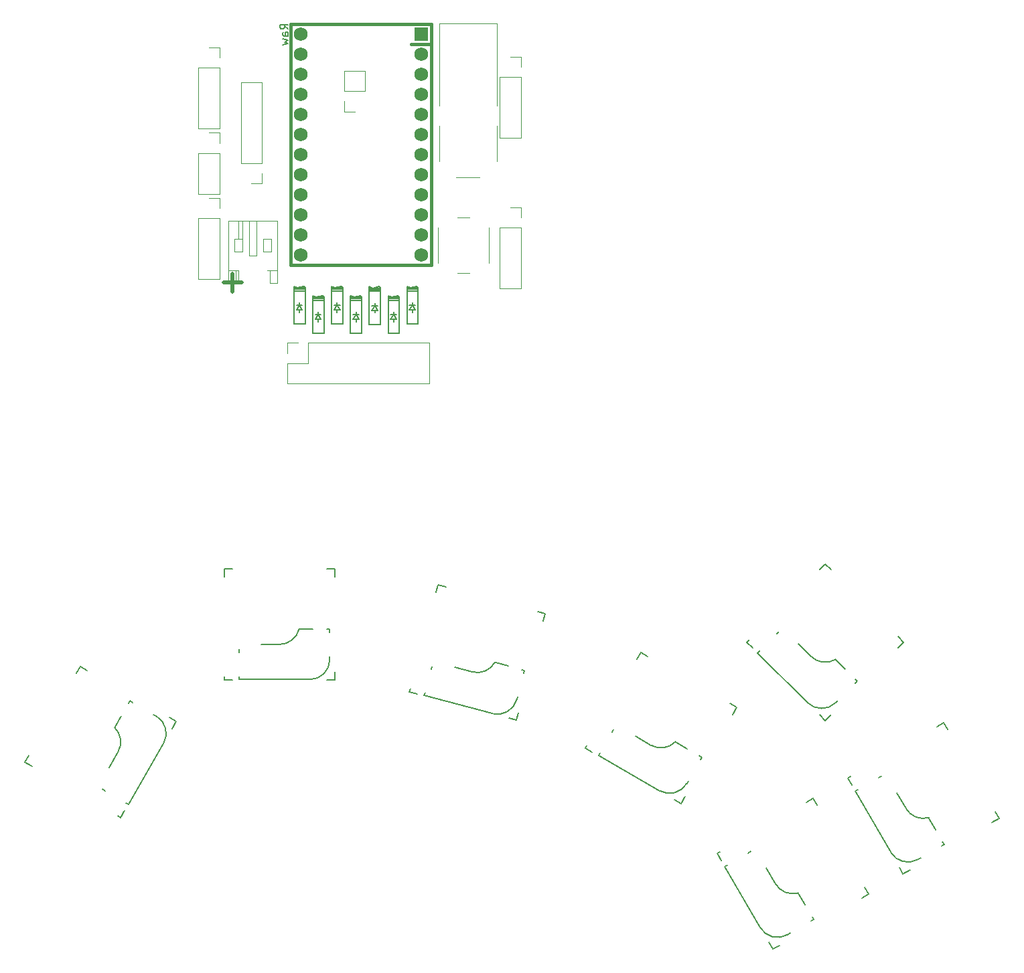
<source format=gbr>
%TF.GenerationSoftware,KiCad,Pcbnew,6.0.4*%
%TF.CreationDate,2022-05-08T18:55:17+02:00*%
%TF.ProjectId,mykeeb-adapter,6d796b65-6562-42d6-9164-61707465722e,rev?*%
%TF.SameCoordinates,Original*%
%TF.FileFunction,Legend,Bot*%
%TF.FilePolarity,Positive*%
%FSLAX46Y46*%
G04 Gerber Fmt 4.6, Leading zero omitted, Abs format (unit mm)*
G04 Created by KiCad (PCBNEW 6.0.4) date 2022-05-08 18:55:17*
%MOMM*%
%LPD*%
G01*
G04 APERTURE LIST*
%ADD10C,0.500000*%
%ADD11C,0.150000*%
%ADD12C,0.200000*%
%ADD13C,0.120000*%
%ADD14C,0.381000*%
%ADD15C,1.752600*%
%ADD16R,1.752600X1.752600*%
G04 APERTURE END LIST*
D10*
X79128860Y-69865906D02*
X76843145Y-69865906D01*
X77986003Y-71008763D02*
X77986003Y-68723049D01*
D11*
%TO.C,U1*%
X85019576Y-37800515D02*
X84543386Y-37467182D01*
X85019576Y-37229086D02*
X84019576Y-37229086D01*
X84019576Y-37610039D01*
X84067196Y-37705277D01*
X84114815Y-37752896D01*
X84210053Y-37800515D01*
X84352910Y-37800515D01*
X84448148Y-37752896D01*
X84495767Y-37705277D01*
X84543386Y-37610039D01*
X84543386Y-37229086D01*
X85019576Y-38657658D02*
X84495767Y-38657658D01*
X84400529Y-38610039D01*
X84352910Y-38514801D01*
X84352910Y-38324324D01*
X84400529Y-38229086D01*
X84971957Y-38657658D02*
X85019576Y-38562420D01*
X85019576Y-38324324D01*
X84971957Y-38229086D01*
X84876719Y-38181467D01*
X84781481Y-38181467D01*
X84686243Y-38229086D01*
X84638624Y-38324324D01*
X84638624Y-38562420D01*
X84591005Y-38657658D01*
X84352910Y-39038610D02*
X85019576Y-39229086D01*
X84543386Y-39419562D01*
X85019576Y-39610039D01*
X84352910Y-39800515D01*
%TO.C,K46*%
X156963781Y-120316639D02*
X156694374Y-120047231D01*
X152922666Y-125276993D02*
X152215559Y-124569886D01*
X143730278Y-116084605D02*
X143023171Y-115377498D01*
X143023171Y-115377498D02*
X143303185Y-115097484D01*
X162115054Y-114670391D02*
X162822161Y-115377498D01*
X155437138Y-118789995D02*
X154269704Y-117622562D01*
X162822161Y-115377498D02*
X162115054Y-116084605D01*
X152215559Y-106185110D02*
X152922666Y-105478003D01*
X147085500Y-114030460D02*
X146816092Y-114299867D01*
X156694374Y-120586047D02*
X156963781Y-120316639D01*
X152922666Y-105478003D02*
X153629773Y-106185110D01*
X154269704Y-123010716D02*
X154539112Y-122741308D01*
X144660830Y-116455129D02*
X144391423Y-116724536D01*
X153629773Y-124569886D02*
X152922666Y-125276993D01*
X151126615Y-117173549D02*
X149510169Y-115557103D01*
X144391423Y-116724536D02*
X150677602Y-123010716D01*
X151126615Y-117173549D02*
G75*
G03*
X154229486Y-117555530I1796051J1796051D01*
G01*
X150677602Y-123010716D02*
G75*
G03*
X154269704Y-123010716I1796051J1796052D01*
G01*
%TO.C,K45*%
X167951122Y-140952812D02*
X167760622Y-140622857D01*
X163126343Y-136406051D02*
X161983343Y-134426317D01*
X164651565Y-142857812D02*
X164981521Y-142667312D01*
X160036417Y-132324142D02*
X159706462Y-132514642D01*
X167621166Y-141143312D02*
X167951122Y-140952812D01*
X174388226Y-136832203D02*
X174888226Y-137698229D01*
X174888226Y-137698229D02*
X174022200Y-138198229D01*
X163629896Y-144198229D02*
X162763870Y-144698229D01*
X156263870Y-133439899D02*
X155763870Y-132573873D01*
X166871622Y-139083063D02*
X166046122Y-137653256D01*
X167022200Y-126073873D02*
X167888226Y-125573873D01*
X162763870Y-144698229D02*
X162263870Y-143832203D01*
X155763870Y-132573873D02*
X156106816Y-132375873D01*
X157066816Y-134038642D02*
X156736861Y-134229142D01*
X156736861Y-134229142D02*
X161181861Y-141928108D01*
X167888226Y-125573873D02*
X168388226Y-126439899D01*
X163126343Y-136406051D02*
G75*
G03*
X166024623Y-137578098I2199705J1270000D01*
G01*
X161181861Y-141928108D02*
G75*
G03*
X164651565Y-142857812I2199704J1270000D01*
G01*
D12*
%TO.C,D46*%
X87163501Y-70729023D02*
X85763501Y-70729023D01*
X86813501Y-72729023D02*
X86063501Y-72729023D01*
X87163501Y-70929023D02*
X85763501Y-70929023D01*
X86971501Y-70329023D02*
X86209501Y-70529023D01*
X87163501Y-70529023D02*
X85763501Y-70529023D01*
X86463501Y-72729023D02*
X86813501Y-73329023D01*
X85763501Y-70329023D02*
X85763501Y-75129023D01*
X86463501Y-73329023D02*
X86463501Y-73629023D01*
X87163501Y-70475023D02*
X87163501Y-75129023D01*
X87163501Y-75129023D02*
X85763501Y-75129023D01*
X86813501Y-73329023D02*
X86063501Y-73329023D01*
X86209501Y-70529023D02*
X85763501Y-70329023D01*
X86463501Y-72729023D02*
X86463501Y-72429023D01*
X86063501Y-73329023D02*
X86463501Y-72729023D01*
X86971501Y-70329023D02*
X87163501Y-70475023D01*
%TO.C,D45*%
X88590753Y-71719649D02*
X88144753Y-71519649D01*
X88844753Y-74519649D02*
X88844753Y-74819649D01*
X88844753Y-73919649D02*
X88844753Y-73619649D01*
X89352753Y-71519649D02*
X88590753Y-71719649D01*
X89544753Y-72119649D02*
X88144753Y-72119649D01*
X89194753Y-73919649D02*
X88444753Y-73919649D01*
X89544753Y-71919649D02*
X88144753Y-71919649D01*
X88844753Y-73919649D02*
X89194753Y-74519649D01*
X89544753Y-71665649D02*
X89544753Y-76319649D01*
X89544753Y-76319649D02*
X88144753Y-76319649D01*
X88444753Y-74519649D02*
X88844753Y-73919649D01*
X88144753Y-71519649D02*
X88144753Y-76319649D01*
X89194753Y-74519649D02*
X88444753Y-74519649D01*
X89544753Y-71719649D02*
X88144753Y-71719649D01*
X89352753Y-71519649D02*
X89544753Y-71665649D01*
%TO.C,D43*%
X93957257Y-73919649D02*
X93207257Y-73919649D01*
X94307257Y-71719649D02*
X92907257Y-71719649D01*
X92907257Y-71519649D02*
X92907257Y-76319649D01*
X94115257Y-71519649D02*
X94307257Y-71665649D01*
X94307257Y-71665649D02*
X94307257Y-76319649D01*
X94307257Y-71919649D02*
X92907257Y-71919649D01*
X93353257Y-71719649D02*
X92907257Y-71519649D01*
X94307257Y-76319649D02*
X92907257Y-76319649D01*
X94307257Y-72119649D02*
X92907257Y-72119649D01*
X94115257Y-71519649D02*
X93353257Y-71719649D01*
X93607257Y-73919649D02*
X93957257Y-74519649D01*
X93207257Y-74519649D02*
X93607257Y-73919649D01*
X93607257Y-74519649D02*
X93607257Y-74819649D01*
X93957257Y-74519649D02*
X93207257Y-74519649D01*
X93607257Y-73919649D02*
X93607257Y-73619649D01*
D11*
%TO.C,K41*%
X78859133Y-116284470D02*
X78859133Y-116665470D01*
X90289133Y-117554470D02*
X90289133Y-117173470D01*
X76939133Y-120109470D02*
X76939133Y-119713470D01*
X90289133Y-114125470D02*
X90289133Y-113744470D01*
X83939133Y-115649470D02*
X81653133Y-115649470D01*
X90939133Y-120109470D02*
X89939133Y-120109470D01*
X76939133Y-107109470D02*
X76939133Y-106109470D01*
X78859133Y-120094470D02*
X87749133Y-120094470D01*
X90939133Y-119109470D02*
X90939133Y-120109470D01*
X76939133Y-106109470D02*
X77939133Y-106109470D01*
X89939133Y-106109470D02*
X90939133Y-106109470D01*
X90939133Y-106109470D02*
X90939133Y-107109470D01*
X90289133Y-113744470D02*
X89908133Y-113744470D01*
X77939133Y-120109470D02*
X76939133Y-120109470D01*
X78859133Y-119713470D02*
X78859133Y-120094470D01*
X88130133Y-113744470D02*
X86479133Y-113744470D01*
X83939133Y-115649470D02*
G75*
G03*
X86403295Y-113725510I0J2540000D01*
G01*
X87749133Y-120094470D02*
G75*
G03*
X90289133Y-117554470I0J2540000D01*
G01*
D12*
%TO.C,D44*%
X91926005Y-70475023D02*
X91926005Y-75129023D01*
X91226005Y-73329023D02*
X91226005Y-73629023D01*
X91226005Y-72729023D02*
X91576005Y-73329023D01*
X90972005Y-70529023D02*
X90526005Y-70329023D01*
X91926005Y-70529023D02*
X90526005Y-70529023D01*
X90826005Y-73329023D02*
X91226005Y-72729023D01*
X91926005Y-70929023D02*
X90526005Y-70929023D01*
X90526005Y-70329023D02*
X90526005Y-75129023D01*
X91226005Y-72729023D02*
X91226005Y-72429023D01*
X91576005Y-73329023D02*
X90826005Y-73329023D01*
X91926005Y-70729023D02*
X90526005Y-70729023D01*
X91576005Y-72729023D02*
X90826005Y-72729023D01*
X91926005Y-75129023D02*
X90526005Y-75129023D01*
X91734005Y-70329023D02*
X91926005Y-70475023D01*
X91734005Y-70329023D02*
X90972005Y-70529023D01*
D11*
%TO.C,K42*%
X103992532Y-108108134D02*
X104958457Y-108366953D01*
X114812948Y-119306230D02*
X114911558Y-118938212D01*
X102227525Y-122113539D02*
X110814605Y-124414440D01*
X103733712Y-109074060D02*
X103992532Y-108108134D01*
X112826124Y-118379422D02*
X111231381Y-117952111D01*
X100369065Y-121631095D02*
X100471557Y-121248589D01*
X114911558Y-118938212D02*
X114543540Y-118839602D01*
X113925457Y-122618389D02*
X114024067Y-122250371D01*
X108284879Y-119134800D02*
X106076772Y-118543139D01*
X102326135Y-121745521D02*
X102227525Y-122113539D01*
X113892026Y-125254562D02*
X112926101Y-124995743D01*
X117515493Y-111731601D02*
X117256674Y-112697526D01*
X103213625Y-118433362D02*
X103115015Y-118801379D01*
X114150846Y-124288636D02*
X113892026Y-125254562D01*
X101334991Y-121889915D02*
X100369065Y-121631095D01*
X116549567Y-111472781D02*
X117515493Y-111731601D01*
X110814605Y-124414439D02*
G75*
G03*
X113925457Y-122618389I657401J2453450D01*
G01*
X108284879Y-119134800D02*
G75*
G03*
X111163034Y-117914169I657399J2453454D01*
G01*
%TO.C,K44*%
X140569018Y-143563650D02*
X140239063Y-143754150D01*
X151123368Y-150668320D02*
X151453324Y-150477820D01*
X150373824Y-148608071D02*
X149548324Y-147178264D01*
X139766072Y-142964907D02*
X139266072Y-142098881D01*
X139266072Y-142098881D02*
X139609018Y-141900881D01*
X151390428Y-135098881D02*
X151890428Y-135964907D01*
X150524402Y-135598881D02*
X151390428Y-135098881D01*
X158390428Y-147223237D02*
X157524402Y-147723237D01*
X146266072Y-154223237D02*
X145766072Y-153357211D01*
X157890428Y-146357211D02*
X158390428Y-147223237D01*
X146628545Y-145931059D02*
X145485545Y-143951325D01*
X143538619Y-141849150D02*
X143208664Y-142039650D01*
X151453324Y-150477820D02*
X151262824Y-150147865D01*
X147132098Y-153723237D02*
X146266072Y-154223237D01*
X148153767Y-152382820D02*
X148483723Y-152192320D01*
X140239063Y-143754150D02*
X144684063Y-151453116D01*
X144684063Y-151453116D02*
G75*
G03*
X148153767Y-152382820I2199704J1270000D01*
G01*
X146628545Y-145931059D02*
G75*
G03*
X149526825Y-147103106I2199705J1270000D01*
G01*
%TO.C,K40*%
X58755061Y-118430117D02*
X59621087Y-118930117D01*
X64496471Y-135693704D02*
X64826426Y-135884204D01*
X68341722Y-124715534D02*
X68011766Y-124525034D01*
X51755061Y-130554473D02*
X52255061Y-129688447D01*
X64826426Y-135884204D02*
X69271426Y-128185238D01*
X52621087Y-131054473D02*
X51755061Y-130554473D01*
X65372121Y-123001034D02*
X65042165Y-122810534D01*
X65042165Y-122810534D02*
X64851665Y-123140489D01*
X61526870Y-133979204D02*
X61856825Y-134169704D01*
X63879417Y-137554473D02*
X63536471Y-137356473D01*
X58255061Y-119296143D02*
X58755061Y-118430117D01*
X63962665Y-124680283D02*
X63137165Y-126110090D01*
X63516944Y-129262295D02*
X62373944Y-131242029D01*
X70013391Y-124930117D02*
X70879417Y-125430117D01*
X70879417Y-125430117D02*
X70379417Y-126296143D01*
X64379417Y-136688447D02*
X63879417Y-137554473D01*
X63516944Y-129262295D02*
G75*
G03*
X63082826Y-126166288I-2199705J1270000D01*
G01*
X69271426Y-128185238D02*
G75*
G03*
X68341722Y-124715534I-2199704J1270000D01*
G01*
D12*
%TO.C,D42*%
X96688509Y-70778771D02*
X95288509Y-70778771D01*
X95734509Y-70578771D02*
X95288509Y-70378771D01*
X96688509Y-70578771D02*
X95288509Y-70578771D01*
X96496509Y-70378771D02*
X95734509Y-70578771D01*
X96688509Y-75178771D02*
X95288509Y-75178771D01*
X96338509Y-73378771D02*
X95588509Y-73378771D01*
X95588509Y-73378771D02*
X95988509Y-72778771D01*
X96496509Y-70378771D02*
X96688509Y-70524771D01*
X96338509Y-72778771D02*
X95588509Y-72778771D01*
X95988509Y-72778771D02*
X95988509Y-72478771D01*
X96688509Y-70978771D02*
X95288509Y-70978771D01*
X95988509Y-73378771D02*
X95988509Y-73678771D01*
X95288509Y-70378771D02*
X95288509Y-75178771D01*
X96688509Y-70524771D02*
X96688509Y-75178771D01*
X95988509Y-72778771D02*
X96338509Y-73378771D01*
D11*
%TO.C,K43*%
X135436247Y-133230839D02*
X135626747Y-132900883D01*
X123463334Y-129268534D02*
X122597308Y-128768534D01*
X135221664Y-134902508D02*
X134721664Y-135768534D01*
X140855638Y-123144178D02*
X141721664Y-123644178D01*
X137341247Y-129931282D02*
X137011292Y-129740782D01*
X122597308Y-128768534D02*
X122795308Y-128425588D01*
X135471498Y-128851782D02*
X134041691Y-128026282D01*
X129097308Y-117510204D02*
X129597308Y-116644178D01*
X129597308Y-116644178D02*
X130463334Y-117144178D01*
X134721664Y-135768534D02*
X133855638Y-135268534D01*
X124267577Y-129715543D02*
X131966543Y-134160543D01*
X124458077Y-129385588D02*
X124267577Y-129715543D01*
X137150747Y-130261238D02*
X137341247Y-129931282D01*
X130889486Y-128406061D02*
X128909752Y-127263061D01*
X141721664Y-123644178D02*
X141221664Y-124510204D01*
X126172577Y-126415987D02*
X125982077Y-126745942D01*
X131966543Y-134160543D02*
G75*
G03*
X135436247Y-133230839I1270000J2199704D01*
G01*
X130889486Y-128406061D02*
G75*
G03*
X133985493Y-127971943I1270000J2199705D01*
G01*
D13*
%TO.C,J1*%
X111779454Y-43894424D02*
X111779454Y-51574424D01*
X114439454Y-42624424D02*
X114439454Y-41294424D01*
X76339454Y-42703799D02*
X76339454Y-50383799D01*
X114439454Y-51574424D02*
X111779454Y-51574424D01*
X76339454Y-40103799D02*
X75009454Y-40103799D01*
X114439454Y-61674424D02*
X114439454Y-60344424D01*
X76339454Y-69433799D02*
X73679454Y-69433799D01*
X114439454Y-70624424D02*
X111779454Y-70624424D01*
X76339454Y-59153799D02*
X75009454Y-59153799D01*
X114439454Y-43894424D02*
X111779454Y-43894424D01*
X76339454Y-42703799D02*
X73679454Y-42703799D01*
X114439454Y-41294424D02*
X113109454Y-41294424D01*
X114439454Y-62944424D02*
X114439454Y-70624424D01*
X76339454Y-60483799D02*
X76339454Y-59153799D01*
X114439454Y-62944424D02*
X111779454Y-62944424D01*
X76339454Y-50383799D02*
X73679454Y-50383799D01*
X76339454Y-41433799D02*
X76339454Y-40103799D01*
X111779454Y-62944424D02*
X111779454Y-70624424D01*
X114439454Y-60344424D02*
X113109454Y-60344424D01*
X73679454Y-42703799D02*
X73679454Y-50383799D01*
X73679454Y-61753799D02*
X73679454Y-69433799D01*
X76339454Y-61753799D02*
X76339454Y-69433799D01*
X76339454Y-61753799D02*
X73679454Y-61753799D01*
X114439454Y-43894424D02*
X114439454Y-51574424D01*
D12*
%TO.C,D41*%
X98369761Y-73919649D02*
X98369761Y-73619649D01*
X98719761Y-74519649D02*
X97969761Y-74519649D01*
X99069761Y-76319649D02*
X97669761Y-76319649D01*
X98877761Y-71519649D02*
X99069761Y-71665649D01*
X99069761Y-71919649D02*
X97669761Y-71919649D01*
X99069761Y-71665649D02*
X99069761Y-76319649D01*
X98115761Y-71719649D02*
X97669761Y-71519649D01*
X97969761Y-74519649D02*
X98369761Y-73919649D01*
X99069761Y-71719649D02*
X97669761Y-71719649D01*
X98719761Y-73919649D02*
X97969761Y-73919649D01*
X99069761Y-72119649D02*
X97669761Y-72119649D01*
X97669761Y-71519649D02*
X97669761Y-76319649D01*
X98877761Y-71519649D02*
X98115761Y-71719649D01*
X98369761Y-74519649D02*
X98369761Y-74819649D01*
X98369761Y-73919649D02*
X98719761Y-74519649D01*
%TO.C,D40*%
X101101013Y-72729023D02*
X100351013Y-72729023D01*
X100751013Y-72729023D02*
X101101013Y-73329023D01*
X101451013Y-70729023D02*
X100051013Y-70729023D01*
X101259013Y-70329023D02*
X100497013Y-70529023D01*
X101259013Y-70329023D02*
X101451013Y-70475023D01*
X101451013Y-75129023D02*
X100051013Y-75129023D01*
X100497013Y-70529023D02*
X100051013Y-70329023D01*
X100051013Y-70329023D02*
X100051013Y-75129023D01*
X100751013Y-72729023D02*
X100751013Y-72429023D01*
X101451013Y-70475023D02*
X101451013Y-75129023D01*
X101101013Y-73329023D02*
X100351013Y-73329023D01*
X101451013Y-70929023D02*
X100051013Y-70929023D01*
X101451013Y-70529023D02*
X100051013Y-70529023D01*
X100751013Y-73329023D02*
X100751013Y-73629023D01*
X100351013Y-73329023D02*
X100751013Y-72729023D01*
D13*
%TO.C,J3*%
X87555257Y-77459718D02*
X102855257Y-77459718D01*
X84955257Y-77459718D02*
X84955257Y-78789718D01*
X86285257Y-77459718D02*
X84955257Y-77459718D01*
X87555257Y-80059718D02*
X84955257Y-80059718D01*
X87555257Y-77459718D02*
X87555257Y-80059718D01*
X84955257Y-82659718D02*
X102855257Y-82659718D01*
X84955257Y-80059718D02*
X84955257Y-82659718D01*
X102855257Y-77459718D02*
X102855257Y-82659718D01*
%TO.C,SW2*%
X76339438Y-53513796D02*
X73679438Y-53513796D01*
X76339438Y-52243796D02*
X76339438Y-50913796D01*
X76339438Y-50913796D02*
X75009438Y-50913796D01*
X76339438Y-53513796D02*
X76339438Y-58653796D01*
X73679438Y-53513796D02*
X73679438Y-58653796D01*
X76339438Y-58653796D02*
X73679438Y-58653796D01*
%TO.C,J11*%
X81697152Y-54748755D02*
X81697152Y-44528755D01*
X79037152Y-44528755D02*
X81697152Y-44528755D01*
X80367152Y-57348755D02*
X81697152Y-57348755D01*
X79037152Y-54748755D02*
X81697152Y-54748755D01*
X79037152Y-54748755D02*
X79037152Y-44528755D01*
X81697152Y-57348755D02*
X81697152Y-56018755D01*
%TO.C,J4*%
X106251653Y-56589727D02*
X109251653Y-56589727D01*
X111781653Y-49019727D02*
X111781653Y-50019727D01*
X104101653Y-37089727D02*
X104101653Y-47539727D01*
X104101653Y-50039727D02*
X104101653Y-54539727D01*
X111401653Y-50039727D02*
X111401653Y-54539727D01*
X104101653Y-37089727D02*
X111401653Y-37089727D01*
X111401653Y-37089727D02*
X111401653Y-47539727D01*
D14*
%TO.C,U1*%
X103109196Y-37197182D02*
X103109196Y-67677182D01*
X85329196Y-37197182D02*
X103109196Y-37197182D01*
X85329196Y-67677182D02*
X85329196Y-37197182D01*
X100569196Y-39737182D02*
X103109196Y-39737182D01*
X103109196Y-67677182D02*
X85329196Y-67677182D01*
D13*
%TO.C,J2*%
X92118853Y-46930312D02*
X92118853Y-48260312D01*
X92118853Y-45660312D02*
X92118853Y-43060312D01*
X92118853Y-48260312D02*
X93448853Y-48260312D01*
X92118853Y-45660312D02*
X94778853Y-45660312D01*
X94778853Y-45660312D02*
X94778853Y-43060312D01*
X92118853Y-43060312D02*
X94778853Y-43060312D01*
%TO.C,SW1*%
X107931237Y-68662552D02*
X106431237Y-68662552D01*
X103931237Y-67412552D02*
X103931237Y-62912552D01*
X110431237Y-62912552D02*
X110431237Y-67412552D01*
X106431237Y-61662552D02*
X107931237Y-61662552D01*
%TO.C,BT1*%
X79257881Y-65960995D02*
X78257881Y-65960995D01*
X83617881Y-68320995D02*
X82697881Y-68320995D01*
X82697881Y-68320995D02*
X82417881Y-68320995D01*
X78417881Y-69920995D02*
X77497881Y-69920995D01*
X83617881Y-69920995D02*
X82697881Y-69920995D01*
X77497881Y-62100995D02*
X83617881Y-62100995D01*
X78257881Y-64360995D02*
X79257881Y-64360995D01*
X79257881Y-64360995D02*
X79257881Y-62100995D01*
X79257881Y-64360995D02*
X79257881Y-65960995D01*
X78417881Y-68320995D02*
X78417881Y-69920995D01*
X81857881Y-64360995D02*
X81857881Y-65960995D01*
X80057881Y-66460995D02*
X81057881Y-66460995D01*
X83617881Y-62100995D02*
X83617881Y-69920995D01*
X80057881Y-62100995D02*
X80057881Y-66460995D01*
X78257881Y-65960995D02*
X78257881Y-64360995D01*
X78697881Y-68320995D02*
X78697881Y-69535995D01*
X82857881Y-64360995D02*
X81857881Y-64360995D01*
X78757881Y-64360995D02*
X78757881Y-62100995D01*
X81057881Y-66460995D02*
X81057881Y-62100995D01*
X78697881Y-68320995D02*
X78417881Y-68320995D01*
X81857881Y-65960995D02*
X82857881Y-65960995D01*
X82857881Y-65960995D02*
X82857881Y-64360995D01*
X77497881Y-69920995D02*
X77497881Y-62100995D01*
X77497881Y-68320995D02*
X78417881Y-68320995D01*
X82697881Y-69920995D02*
X82697881Y-68320995D01*
%TD*%
D15*
%TO.C,U1*%
X101839196Y-58787182D03*
X86599196Y-48627182D03*
D16*
X101839196Y-38467182D03*
D15*
X86599196Y-51167182D03*
X101839196Y-63867182D03*
X86599196Y-46087182D03*
X101839196Y-53707182D03*
X86599196Y-56247182D03*
X101839196Y-66407182D03*
X86599196Y-43547182D03*
X101839196Y-41007182D03*
X101839196Y-43547182D03*
X86599196Y-41007182D03*
X86599196Y-38467182D03*
X86599196Y-53707182D03*
X101839196Y-51167182D03*
X101839196Y-61327182D03*
X86599196Y-61327182D03*
X86599196Y-66407182D03*
X101839196Y-48627182D03*
X86599196Y-63867182D03*
X86599196Y-58787182D03*
X101839196Y-46087182D03*
X101839196Y-56247182D03*
%TD*%
M02*

</source>
